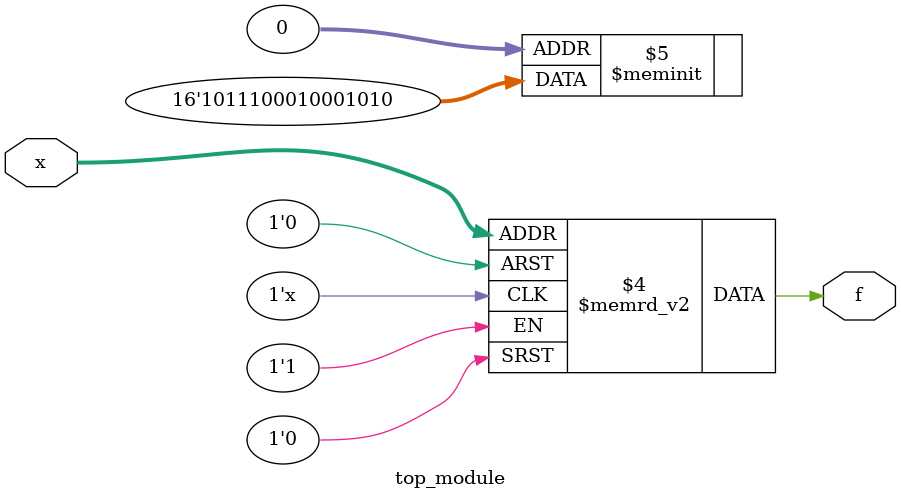
<source format=sv>
module top_module (
    input [4:1] x,
    output logic f
);

always_comb begin
    case ({x[4:3], x[2:1]})
        4'b0000, 4'b0101, 4'b1001, 4'b1010: f = 1'b0; // Don't cares chosen as 0
        4'b0001, 4'b0011, 4'b1100, 4'b1101: f = 1'b1;
        4'b0010: f = 1'b0;
        4'b0111: f = 1'b1;
        4'b1011, 4'b1111: f = 1'b1;
        4'b1110: f = 1'b0;
        default: f = 1'b0;
    endcase
end

endmodule

</source>
